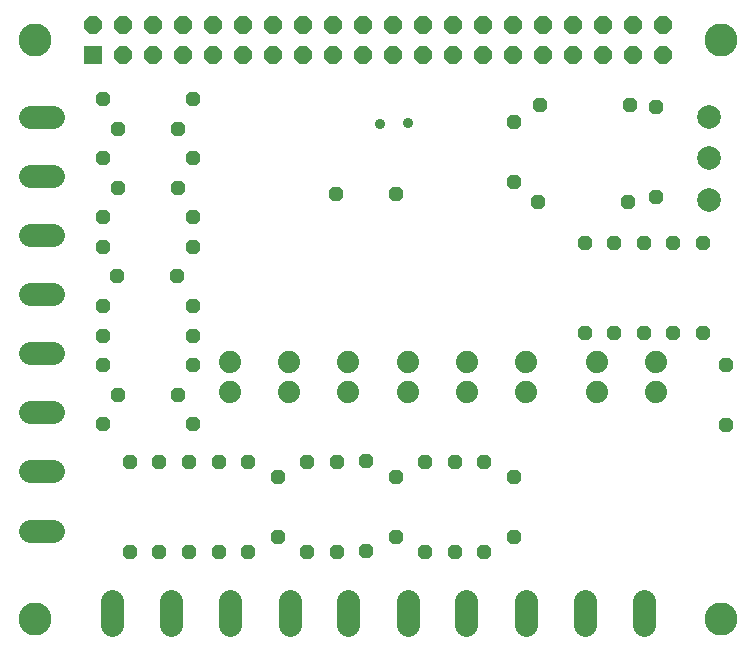
<source format=gbr>
G04 EAGLE Gerber RS-274X export*
G75*
%MOMM*%
%FSLAX34Y34*%
%LPD*%
%INSoldermask Bottom*%
%IPPOS*%
%AMOC8*
5,1,8,0,0,1.08239X$1,22.5*%
G01*
G04 Define Apertures*
%ADD10C,2.800000*%
%ADD11R,1.524000X1.524000*%
%ADD12P,1.649562X8X22.500000*%
%ADD13C,1.879600*%
%ADD14P,1.319650X8X202.500000*%
%ADD15P,1.319650X8X22.500000*%
%ADD16P,1.319650X8X292.500000*%
%ADD17C,1.981200*%
%ADD18P,1.319650X8X112.500000*%
%ADD19C,2.000000*%
%ADD20C,0.910000*%
D10*
X35000Y35000D03*
X35000Y525000D03*
X615000Y525000D03*
X615000Y35000D03*
D11*
X83700Y512300D03*
D12*
X109100Y512300D03*
X134500Y512300D03*
X159900Y512300D03*
X185300Y512300D03*
X210700Y512300D03*
X83700Y537700D03*
X109100Y537700D03*
X134500Y537700D03*
X159900Y537700D03*
X185300Y537700D03*
X210700Y537700D03*
X236100Y512300D03*
X236100Y537700D03*
X261500Y512300D03*
X286900Y512300D03*
X312300Y512300D03*
X337700Y512300D03*
X363100Y512300D03*
X388500Y512300D03*
X261500Y537700D03*
X286900Y537700D03*
X312300Y537700D03*
X337700Y537700D03*
X363100Y537700D03*
X388500Y537700D03*
X413900Y512300D03*
X413900Y537700D03*
X439300Y512300D03*
X464700Y512300D03*
X490100Y512300D03*
X515500Y512300D03*
X540900Y512300D03*
X566300Y512300D03*
X439300Y537700D03*
X464700Y537700D03*
X490100Y537700D03*
X515500Y537700D03*
X540900Y537700D03*
X566300Y537700D03*
D13*
X560000Y227300D03*
X560000Y252700D03*
X510000Y227300D03*
X510000Y252700D03*
D14*
X168100Y350000D03*
X91900Y350000D03*
D15*
X104600Y450000D03*
X155400Y450000D03*
D14*
X155400Y400000D03*
X104600Y400000D03*
X168100Y425000D03*
X91900Y425000D03*
D13*
X200000Y227300D03*
X200000Y252700D03*
D14*
X168100Y375000D03*
X91900Y375000D03*
X168100Y250000D03*
X91900Y250000D03*
X154968Y325432D03*
X104168Y325432D03*
X168100Y300000D03*
X91900Y300000D03*
D13*
X250000Y227300D03*
X250000Y252700D03*
D14*
X168100Y275000D03*
X91900Y275000D03*
X168100Y200000D03*
X91900Y200000D03*
X155400Y225000D03*
X104600Y225000D03*
D16*
X115000Y168100D03*
X115000Y91900D03*
D13*
X300000Y227300D03*
X300000Y252700D03*
D16*
X140000Y168100D03*
X140000Y91900D03*
X165000Y168100D03*
X165000Y91900D03*
X240000Y155400D03*
X240000Y104600D03*
X215000Y168100D03*
X215000Y91900D03*
D13*
X350000Y227300D03*
X350000Y252700D03*
D16*
X190000Y168100D03*
X190000Y91900D03*
X265000Y168100D03*
X265000Y91900D03*
X340000Y155400D03*
X340000Y104600D03*
X315000Y168663D03*
X315000Y92463D03*
D13*
X400000Y227300D03*
X400000Y252700D03*
D16*
X290000Y168100D03*
X290000Y91900D03*
X365000Y168100D03*
X365000Y91900D03*
X440000Y155400D03*
X440000Y104600D03*
X415000Y168100D03*
X415000Y91900D03*
D13*
X450000Y227300D03*
X450000Y252700D03*
D16*
X390592Y168100D03*
X390592Y91900D03*
D17*
X49906Y460038D02*
X30094Y460038D01*
X30094Y410000D02*
X49906Y410000D01*
X49906Y359962D02*
X30094Y359962D01*
X30094Y310038D02*
X49906Y310038D01*
X49906Y260000D02*
X30094Y260000D01*
X30094Y209962D02*
X49906Y209962D01*
X49906Y160146D02*
X30094Y160146D01*
X30094Y109854D02*
X49906Y109854D01*
X99854Y49906D02*
X99854Y30094D01*
X150146Y30094D02*
X150146Y49906D01*
X199854Y49906D02*
X199854Y30094D01*
X250146Y30094D02*
X250146Y49906D01*
X299854Y49906D02*
X299854Y30094D01*
X350146Y30094D02*
X350146Y49906D01*
D14*
X168100Y475000D03*
X91900Y475000D03*
D18*
X620000Y199600D03*
X620000Y250400D03*
X600000Y276900D03*
X600000Y353100D03*
X575000Y276900D03*
X575000Y353100D03*
X550000Y276900D03*
X550000Y353100D03*
X525000Y276900D03*
X525000Y353100D03*
D17*
X399854Y49906D02*
X399854Y30094D01*
X450146Y30094D02*
X450146Y49906D01*
X499854Y49906D02*
X499854Y30094D01*
X550146Y30094D02*
X550146Y49906D01*
D14*
X340400Y395000D03*
X289600Y395000D03*
D18*
X560000Y391900D03*
X560000Y468100D03*
D19*
X605000Y390000D03*
X605000Y425000D03*
X605000Y460000D03*
D16*
X440000Y455400D03*
X440000Y404600D03*
D14*
X538100Y470000D03*
X461900Y470000D03*
X536518Y388418D03*
X460318Y388418D03*
D16*
X500000Y353100D03*
X500000Y276900D03*
D20*
X326500Y454500D03*
X350000Y455000D03*
M02*

</source>
